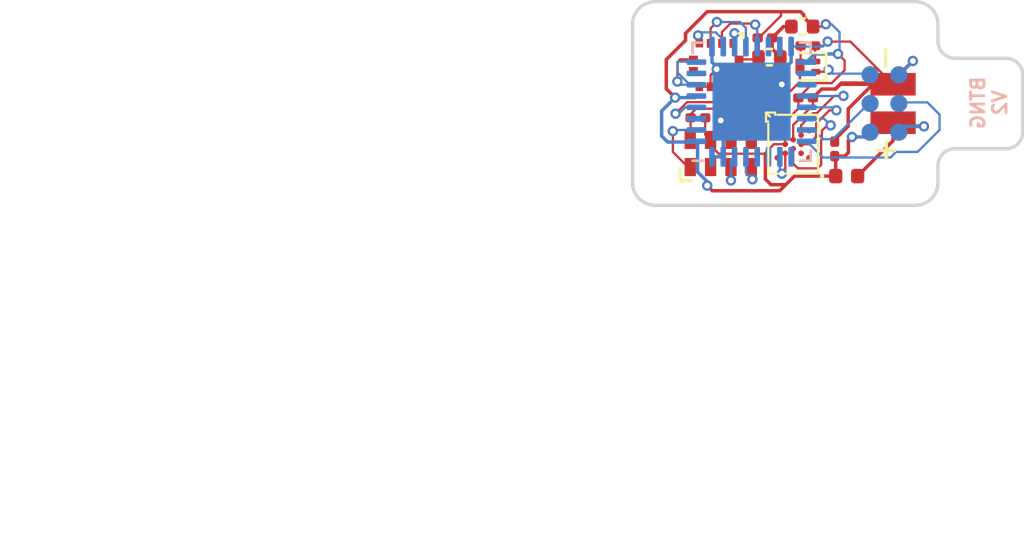
<source format=kicad_pcb>
(kicad_pcb (version 20211014) (generator pcbnew)
  (layers (0 "F.Cu" signal) (31 "B.Cu" signal) (34 "B.Paste" user) (35 "F.Paste" user) (36 "B.SilkS" user "B.Silkscreen") (37 "F.SilkS" user "F.Silkscreen") (38 "B.Mask" user) (39 "F.Mask" user) (44 "Edge.Cuts" user))
  (net 0 "")
  (net 1 "GND")
  (net 2 "VBAT")
  (net 3 "SWDIO")
  (net 4 "SWCLK")
  (net 5 "Net-(C502-Pad1)")
  (net 6 "RST")
  (net 7 "/clkout")
  (net 8 "/SCL")
  (net 9 "/SDA")
  (net 10 "VIN")
  (net 11 "Net-(R1-Pad1)")
  (net 12 "/AT25_MISO")
  (net 13 "/AT25_nCS")
  (net 14 "/AT25_MOSI")
  (net 15 "/AT25_SCK")
  (net 16 "/ACCEL_MOSI")
  (net 17 "/ACCEL_MISO")
  (net 18 "/ACCEL_CS")
  (net 19 "/ACCEL_SCK")
  (net 20 "/WKUP4")
  (net 21 "Net-(C3-Pad1)")
  (footprint "AccelTag:taghole1.1mm" (layer "F.Cu") (at 140.53 111.671)
    (fp_text reference "J303" hide)
    (fp_text value "Conn_01x01" hide)
    (pad "" np_thru_hole circle locked (at 0 0) (size 1.1 1.1) (drill 1.1) (layers *.Cu *.Mask))
  )
  (footprint "AccelTag:MS621" (layer "F.Cu") (at 150.795 108.441 180)
    (fp_text reference "J401" hide)
    (fp_text value "CONN_01X02" hide)
    (fp_text user "-" (at 0.4 2 90) (layer "F.SilkS"))
    (fp_text user "+" (at 0.3 -2) (layer "F.SilkS"))
    (pad "1" smd rect locked (at 0 -0.85 180) (size 2 1) (layers "F.Cu" "F.Mask") (net 2 "VBAT"))
    (pad "2" smd rect locked (at 0 0.85 180) (size 2 1) (layers "F.Cu" "F.Mask") (net 1 "GND"))
  )
  (footprint "Capacitor_SMD:C_0402_1005Metric" (layer "F.Cu") (at 145.33 106.391)
    (fp_text reference "C404" hide)
    (fp_text value "22uf" hide)
    (fp_line (start -0.107836 -0.36) (end 0.107836 -0.36) (layer "F.SilkS") (width 0.12))
    (fp_line (start -0.107836 0.36) (end 0.107836 0.36) (layer "F.SilkS") (width 0.12))
    (pad "1" smd roundrect (at -0.48 0) (size 0.56 0.62) (layers "F.Cu" "F.Paste" "F.Mask") (net 10 "VIN"))
    (pad "2" smd roundrect (at 0.48 0) (size 0.56 0.62) (layers "F.Cu" "F.Paste" "F.Mask") (net 1 "GND"))
  )
  (footprint "AccelTag:RV-8803-C7" (layer "F.Cu") (at 143.18 110.651 90)
    (fp_text reference "U501" hide)
    (fp_text value "RV-3028-C7" hide)
    (fp_line (start -0.7 -1.8) (end -1.2 -1.8) (layer "F.SilkS") (width 0.15))
    (fp_line (start -1.2 -1.8) (end -1.2 -1.3) (layer "F.SilkS") (width 0.15))
    (pad "1" smd rect locked (at -0.6 -1.35 90) (size 0.8 0.5) (layers "F.Cu" "F.Paste" "F.Mask") (net 7 "/clkout"))
    (pad "2" smd rect locked (at -0.6 -0.45 90) (size 0.8 0.5) (layers "F.Cu" "F.Paste" "F.Mask"))
    (pad "3" smd rect locked (at -0.6 0.45 90) (size 0.8 0.5) (layers "F.Cu" "F.Paste" "F.Mask") (net 8 "/SCL"))
    (pad "4" smd rect locked (at -0.6 1.35 90) (size 0.8 0.5) (layers "F.Cu" "F.Paste" "F.Mask") (net 9 "/SDA"))
    (pad "5" smd rect locked (at 0.6 1.35 90) (size 0.8 0.5) (layers "F.Cu" "F.Paste" "F.Mask") (net 1 "GND"))
    (pad "6" smd rect locked (at 0.6 0.45 90) (size 0.8 0.5) (layers "F.Cu" "F.Paste" "F.Mask") (net 11 "Net-(R1-Pad1)"))
    (pad "7" smd rect locked (at 0.6 -0.45 90) (size 0.8 0.5) (layers "F.Cu" "F.Paste" "F.Mask") (net 10 "VIN"))
    (pad "8" smd rect locked (at 0.6 -1.35 90) (size 0.8 0.5) (layers "F.Cu" "F.Paste" "F.Mask") (net 1 "GND"))
  )
  (footprint "Resistor_SMD:R_0201_0603Metric" (layer "F.Cu") (at 144.175 109.051)
    (fp_text reference "R1" hide)
    (fp_text value "10k" hide)
    (pad "1" smd roundrect (at -0.32 0) (size 0.46 0.4) (layers "F.Cu" "F.Mask") (net 11 "Net-(R1-Pad1)"))
    (pad "2" smd roundrect (at 0.32 0) (size 0.46 0.4) (layers "F.Cu" "F.Mask") (net 1 "GND"))
  )
  (footprint "Capacitor_SMD:C_0201_0603Metric" (layer "F.Cu") (at 148.2144 110.4484 90)
    (fp_text reference "C501" hide)
    (fp_text value "0.1uf" hide)
    (pad "1" smd roundrect (at -0.32 0 90) (size 0.46 0.4) (layers "F.Cu" "F.Mask") (net 10 "VIN"))
    (pad "2" smd roundrect (at 0.32 0 90) (size 0.46 0.4) (layers "F.Cu" "F.Mask") (net 1 "GND"))
  )
  (footprint "Capacitor_SMD:C_0201_0603Metric" (layer "F.Cu") (at 146.93 108.191)
    (fp_text reference "C503" hide)
    (fp_text value "0.1uf" hide)
    (pad "1" smd roundrect (at -0.32 0) (size 0.46 0.4) (layers "F.Cu" "F.Mask") (net 10 "VIN"))
    (pad "2" smd roundrect (at 0.32 0) (size 0.46 0.4) (layers "F.Cu" "F.Mask") (net 1 "GND"))
  )
  (footprint "Diode_SMD:D_0402_1005Metric" (layer "F.Cu") (at 148.745 111.65)
    (fp_text reference "D401" hide)
    (fp_text value "D" hide)
    (fp_circle (center -1.09 0) (end -1.04 0) (layer "F.SilkS") (width 0.1) (fill none))
    (pad "1" smd roundrect locked (at -0.485 0) (size 0.59 0.64) (layers "F.Cu" "F.Paste" "F.Mask") (net 10 "VIN"))
    (pad "2" smd roundrect locked (at 0.485 0) (size 0.59 0.64) (layers "F.Cu" "F.Paste" "F.Mask") (net 2 "VBAT"))
  )
  (footprint "AccelTag:adesto_wlcsp12" (layer "F.Cu") (at 146.38 110.241)
    (fp_text reference "U1" hide)
    (fp_text value "at25ex321D-UUN" hide)
    (fp_line (start -1.2 -1.4) (end -1.025 -1.225) (layer "F.SilkS") (width 0.1))
    (fp_line (start 1.1 1.3) (end 1.1 -1.3) (layer "F.SilkS") (width 0.1))
    (fp_line (start -1.2 -1) (end -1.2 -1.4) (layer "F.SilkS") (width 0.1))
    (fp_line (start -1.1 1.3) (end 1.1 1.3) (layer "F.SilkS") (width 0.1))
    (fp_line (start 1.1 -1.3) (end -0.7 -1.3) (layer "F.SilkS") (width 0.1))
    (fp_line (start -1.1 1.3) (end -1.1 -0.9) (layer "F.SilkS") (width 0.1))
    (fp_line (start -1.2 -1) (end -1.1 -1) (layer "F.SilkS") (width 0.1))
    (fp_line (start -0.8 -1.4) (end -0.8 -1.3) (layer "F.SilkS") (width 0.1))
    (fp_line (start -0.8 -1.4) (end -1.2 -1.4) (layer "F.SilkS") (width 0.1))
    (pad "A1" smd circle locked (at -0.7 -0.6) (size 0.25 0.25) (layers "F.Cu" "F.Paste" "F.Mask"))
    (pad "A5" smd circle locked (at 0.7 -0.6) (size 0.25 0.25) (layers "F.Cu" "F.Paste" "F.Mask"))
    (pad "B2" smd circle locked (at -0.35 -0.4) (size 0.25 0.25) (layers "F.Cu" "F.Paste" "F.Mask") (net 10 "VIN"))
    (pad "B4" smd circle locked (at 0.35 -0.4) (size 0.25 0.25) (layers "F.Cu" "F.Paste" "F.Mask") (net 13 "/AT25_nCS"))
    (pad "C3" smd circle locked (at 0 -0.2) (size 0.25 0.25) (layers "F.Cu" "F.Paste" "F.Mask") (net 1 "GND"))
    (pad "D2" smd circle locked (at -0.35 0) (size 0.25 0.25) (layers "F.Cu" "F.Paste" "F.Mask") (net 10 "VIN"))
    (pad "D4" smd circle locked (at 0.35 0) (size 0.25 0.25) (layers "F.Cu" "F.Paste" "F.Mask") (net 12 "/AT25_MISO"))
    (pad "E3" smd circle locked (at 0 0.2) (size 0.25 0.25) (layers "F.Cu" "F.Paste" "F.Mask") (net 14 "/AT25_MOSI"))
    (pad "F2" smd circle locked (at -0.35 0.4) (size 0.25 0.25) (layers "F.Cu" "F.Paste" "F.Mask") (net 15 "/AT25_SCK"))
    (pad "F4" smd circle locked (at 0.35 0.4) (size 0.25 0.25) (layers "F.Cu" "F.Paste" "F.Mask"))
    (pad "G1" smd circle locked (at -0.7 0.6) (size 0.25 0.25) (layers "F.Cu" "F.Paste" "F.Mask"))
    (pad "G5" smd circle locked (at 0.7 0.6) (size 0.25 0.25) (layers "F.Cu" "F.Paste" "F.Mask"))
  )
  (footprint "Capacitor_SMD:C_0201_0603Metric" (layer "F.Cu") (at 147.03 105.891)
    (fp_text reference "C502" hide)
    (fp_text value "0.1uf" hide)
    (pad "1" smd roundrect (at -0.32 0) (size 0.46 0.4) (layers "F.Cu" "F.Mask") (net 5 "Net-(C502-Pad1)"))
    (pad "2" smd roundrect (at 0.32 0) (size 0.46 0.4) (layers "F.Cu" "F.Mask") (net 1 "GND"))
  )
  (footprint "AccelTag:taghole1.1mm" (layer "F.Cu") (at 140.53 105.191)
    (fp_text reference "J304" hide)
    (fp_text value "Conn_01x01" hide)
    (pad "" np_thru_hole circle locked (at 0 0) (size 1.1 1.1) (drill 1.1) (layers *.Cu *.Mask))
  )
  (footprint "AccelTag:taghole1.1mm" (layer "F.Cu") (at 151.5 111.691)
    (fp_text reference "J301" hide)
    (fp_text value "Conn_01x01" hide)
    (pad "" np_thru_hole circle locked (at 0 0) (size 1.1 1.1) (drill 1.1) (layers *.Cu *.Mask))
  )
  (footprint "AccelTag:taghole1.1mm" (layer "F.Cu") (at 151.5 105.191)
    (fp_text reference "J302" hide)
    (fp_text value "Conn_01x01" hide)
    (pad "" np_thru_hole circle locked (at 0 0) (size 1.1 1.1) (drill 1.1) (layers *.Cu *.Mask))
  )
  (footprint "Package_TO_SOT_SMD:SOT-883" (layer "F.Cu") (at 147.03 106.811 180)
    (fp_text reference "Q501" hide)
    (fp_text value "Q_NPN_BEC" hide)
    (fp_line (start -0.81 -0.61) (end 0.35 -0.61) (layer "F.SilkS") (width 0.12))
    (fp_line (start -0.81 0.61) (end -0.81 -0.61) (layer "F.SilkS") (width 0.12))
    (fp_line (start 0.35 0.61) (end -0.81 0.61) (layer "F.SilkS") (width 0.12))
    (pad "1" smd roundrect (at -0.35 -0.225 180) (size 0.4 0.25) (layers "F.Cu" "F.Paste" "F.Mask") (roundrect_rratio 0.2) (net 6 "RST"))
    (pad "2" smd roundrect (at -0.35 0.225 180) (size 0.4 0.25) (layers "F.Cu" "F.Paste" "F.Mask") (roundrect_rratio 0.2) (net 1 "GND"))
    (pad "3" smd roundrect (at 0.35 0 180) (size 0.4 0.7) (layers "F.Cu" "F.Paste" "F.Mask") (roundrect_rratio 0.125) (net 5 "Net-(C502-Pad1)"))
  )
  (footprint "Capacitor_SMD:C_0201_0603Metric" (layer "F.Cu") (at 145.13 107.241)
    (fp_text reference "C1" hide)
    (fp_text value "0.1uf" hide)
    (pad "1" smd roundrect (at -0.32 0) (size 0.46 0.4) (layers "F.Cu" "F.Mask") (net 10 "VIN"))
    (pad "2" smd roundrect (at 0.32 0) (size 0.46 0.4) (layers "F.Cu" "F.Mask") (net 1 "GND"))
  )
  (footprint "Capacitor_SMD:C_0201_0603Metric" (layer "F.Cu") (at 142.17 109.071 180)
    (fp_text reference "C2" hide)
    (fp_text value "0.1uf" hide)
    (pad "1" smd roundrect (at -0.32 0 180) (size 0.46 0.4) (layers "F.Cu" "F.Mask") (net 10 "VIN"))
    (pad "2" smd roundrect (at 0.32 0 180) (size 0.46 0.4) (layers "F.Cu" "F.Mask") (net 1 "GND"))
  )
  (footprint "Capacitor_SMD:C_0201_0603Metric" (layer "F.Cu") (at 145.13 105.541)
    (fp_text reference "C5" hide)
    (fp_text value "0.1uf")
    (pad "1" smd roundrect (at -0.32 0) (size 0.46 0.4) (layers "F.Cu" "F.Mask") (net 10 "VIN"))
    (pad "2" smd roundrect (at 0.32 0) (size 0.46 0.4) (layers "F.Cu" "F.Mask") (net 1 "GND"))
  )
  (footprint "Capacitor_SMD:C_0201_0603Metric" (layer "F.Cu") (at 145.13 107.991)
    (fp_text reference "C3" hide)
    (fp_text value "0.22uf" hide)
    (pad "1" smd roundrect (at -0.32 0) (size 0.46 0.4) (layers "F.Cu" "F.Mask") (net 21 "Net-(C3-Pad1)"))
    (pad "2" smd roundrect (at 0.32 0) (size 0.46 0.4) (layers "F.Cu" "F.Mask") (net 1 "GND"))
  )
  (footprint "AccelTag:lga12-2.3x2.3" (layer "F.Cu") (at 142.98 106.741 -90)
    (fp_text reference "U2" hide)
    (fp_text value "adxl367" hide)
    (fp_line (start -1.2 -1.2) (end -1.4 -1.2) (layer "F.SilkS") (width 0.12))
    (fp_line (start -1.4 -1.2) (end -1.4 -1) (layer "F.SilkS") (width 0.12))
    (pad "1" smd rect (at -0.9575 -0.75 270) (size 0.39 0.33) (layers "F.Cu" "F.Paste" "F.Mask") (net 19 "/ACCEL_SCK"))
    (pad "2" smd rect (at -0.9575 -0.25 270) (size 0.39 0.33) (layers "F.Cu" "F.Paste" "F.Mask") (net 16 "/ACCEL_MOSI"))
    (pad "3" smd rect (at -0.9575 0.25 270) (size 0.39 0.33) (layers "F.Cu" "F.Paste" "F.Mask") (net 17 "/ACCEL_MISO"))
    (pad "4" smd rect (at -0.9757 0.75 270) (size 0.39 0.33) (layers "F.Cu" "F.Paste" "F.Mask") (net 18 "/ACCEL_CS"))
    (pad "5" smd rect (at -0.25 1.0075) (size 0.39 0.33) (layers "F.Cu" "F.Paste" "F.Mask") (net 20 "/WKUP4"))
    (pad "6" smd rect (at 0.25 1.0075) (size 0.39 0.33) (layers "F.Cu" "F.Paste" "F.Mask"))
    (pad "7" smd rect (at 0.9575 0.75 270) (size 0.39 0.33) (layers "F.Cu" "F.Paste" "F.Mask") (net 1 "GND"))
    (pad "8" smd rect (at 0.9575 0.25 270) (size 0.39 0.33) (layers "F.Cu" "F.Paste" "F.Mask") (net 1 "GND"))
    (pad "9" smd rect (at 0.9575 -0.25 270) (size 0.39 0.33) (layers "F.Cu" "F.Paste" "F.Mask") (net 21 "Net-(C3-Pad1)"))
    (pad "10" smd rect (at 0.9575 -0.75 270) (size 0.39 0.33) (layers "F.Cu" "F.Paste" "F.Mask") (net 10 "VIN"))
    (pad "11" smd rect (at 0.25 -1.0075) (size 0.39 0.33) (layers "F.Cu" "F.Paste" "F.Mask") (net 1 "GND"))
    (pad "12" smd rect (at -0.25 -1.0075) (size 0.39 0.33) (layers "F.Cu" "F.Paste" "F.Mask") (net 10 "VIN"))
  )
  (footprint "Capacitor_SMD:C_0402_1005Metric" (layer "F.Cu") (at 146.78 105.041 180)
    (fp_text reference "C4" hide)
    (fp_text value "22uf" hide)
    (fp_line (start -0.107836 -0.36) (end 0.107836 -0.36) (layer "F.SilkS") (width 0.12))
    (fp_line (start -0.107836 0.36) (end 0.107836 0.36) (layer "F.SilkS") (width 0.12))
    (pad "1" smd roundrect (at -0.48 0 180) (size 0.56 0.62) (layers "F.Cu" "F.Paste" "F.Mask") (net 10 "VIN"))
    (pad "2" smd roundrect (at 0.48 0 180) (size 0.56 0.62) (layers "F.Cu" "F.Paste" "F.Mask") (net 1 "GND"))
  )
  (footprint "AccelTag:tagpoints6" (layer "B.Cu") (at 150.415 108.441 90)
    (fp_text reference "J201" hide)
    (fp_text value "CONN_02X04" hide)
    (pad "1" smd circle locked (at -1.27 -0.635 90) (size 0.762 0.762) (layers "B.Cu" "B.Mask") (net 10 "VIN"))
    (pad "2" smd circle locked (at -1.27 0.635 90) (size 0.762 0.762) (layers "B.Cu" "B.Mask") (net 2 "VBAT"))
    (pad "3" smd circle locked (at 0 -0.635 90) (size 0.762 0.762) (layers "B.Cu" "B.Mask") (net 3 "SWDIO"))
    (pad "4" smd circle locked (at 0 0.635 90) (size 0.762 0.762) (layers "B.Cu" "B.Mask") (net 4 "SWCLK"))
    (pad "5" smd circle locked (at 1.27 -0.635 90) (size 0.762 0.762) (layers "B.Cu" "B.Mask") (net 6 "RST"))
    (pad "6" smd circle locked (at 1.27 0.635 90) (size 0.762 0.762) (layers "B.Cu" "B.Mask") (net 1 "GND"))
  )
  (footprint "Package_DFN_QFN:QFN-32-1EP_5x5mm_P0.5mm_EP3.45x3.45mm" (layer "B.Cu") (at 144.54 108.361)
    (fp_text reference "U302" hide)
    (fp_text value "stm32l431kc" hide)
    (fp_line (start 2.61 2.61) (end 2.61 2.135) (layer "B.SilkS") (width 0.12))
    (fp_line (start -2.61 -2.61) (end -2.61 -2.135) (layer "B.SilkS") (width 0.12))
    (fp_line (start 2.135 2.61) (end 2.61 2.61) (layer "B.SilkS") (width 0.12))
    (fp_line (start -2.135 2.61) (end -2.61 2.61) (layer "B.SilkS") (width 0.12))
    (fp_line (start -2.135 -2.61) (end -2.61 -2.61) (layer "B.SilkS") (width 0.12))
    (fp_line (start 2.135 -2.61) (end 2.61 -2.61) (layer "B.SilkS") (width 0.12))
    (fp_line (start 2.61 -2.61) (end 2.61 -2.135) (layer "B.SilkS") (width 0.12))
    (pad "1" smd roundrect (at -2.4375 1.75) (size 0.875 0.25) (layers "B.Cu" "B.Paste" "B.Mask") (net 10 "VIN"))
    (pad "2" smd roundrect (at -2.4375 1.25) (size 0.875 0.25) (layers "B.Cu" "B.Paste" "B.Mask") (net 7 "/clkout"))
    (pad "3" smd roundrect (at -2.4375 0.75) (size 0.875 0.25) (layers "B.Cu" "B.Paste" "B.Mask"))
    (pad "4" smd roundrect (at -2.4375 0.25) (size 0.875 0.25) (layers "B.Cu" "B.Paste" "B.Mask") (net 5 "Net-(C502-Pad1)"))
    (pad "5" smd roundrect (at -2.4375 -0.25) (size 0.875 0.25) (layers "B.Cu" "B.Paste" "B.Mask") (net 10 "VIN"))
    (pad "6" smd roundrect (at -2.4375 -0.75) (size 0.875 0.25) (layers "B.Cu" "B.Paste" "B.Mask") (net 20 "/WKUP4"))
    (pad "7" smd roundrect (at -2.4375 -1.25) (size 0.875 0.25) (layers "B.Cu" "B.Paste" "B.Mask"))
    (pad "8" smd roundrect (at -2.4375 -1.75) (size 0.875 0.25) (layers "B.Cu" "B.Paste" "B.Mask") (net 20 "/WKUP4"))
    (pad "9" smd roundrect (at -1.75 -2.4375) (size 0.25 0.875) (layers "B.Cu" "B.Paste" "B.Mask") (net 1 "GND"))
    (pad "10" smd roundrect (at -1.25 -2.4375) (size 0.25 0.875) (layers "B.Cu" "B.Paste" "B.Mask") (net 18 "/ACCEL_CS"))
    (pad "11" smd roundrect (at -0.75 -2.4375) (size 0.25 0.875) (layers "B.Cu" "B.Paste" "B.Mask") (net 19 "/ACCEL_SCK"))
    (pad "12" smd roundrect (at -0.25 -2.4375) (size 0.25 0.875) (layers "B.Cu" "B.Paste" "B.Mask") (net 17 "/ACCEL_MISO"))
    (pad "13" smd roundrect (at 0.25 -2.4375) (size 0.25 0.875) (layers "B.Cu" "B.Paste" "B.Mask") (net 16 "/ACCEL_MOSI"))
    (pad "14" smd roundrect (at 0.75 -2.4375) (size 0.25 0.875) (layers "B.Cu" "B.Paste" "B.Mask"))
    (pad "15" smd roundrect (at 1.25 -2.4375) (size 0.25 0.875) (layers "B.Cu" "B.Paste" "B.Mask"))
    (pad "16" smd roundrect (at 1.75 -2.4375) (size 0.25 0.875) (layers "B.Cu" "B.Paste" "B.Mask") (net 1 "GND"))
    (pad "17" smd roundrect (at 2.4375 -1.75) (size 0.875 0.25) (layers "B.Cu" "B.Paste" "B.Mask") (net 10 "VIN"))
    (pad "18" smd roundrect (at 2.4375 -1.25) (size 0.875 0.25) (layers "B.Cu" "B.Paste" "B.Mask"))
    (pad "19" smd roundrect (at 2.4375 -0.75) (size 0.875 0.25) (layers "B.Cu" "B.Paste" "B.Mask"))
    (pad "20" smd roundrect (at 2.4375 -0.25) (size 0.875 0.25) (layers "B.Cu" "B.Paste" "B.Mask") (net 13 "/AT25_nCS"))
    (pad "21" smd roundrect (at 2.4375 0.25) (size 0.875 0.25) (layers "B.Cu" "B.Paste" "B.Mask") (net 12 "/AT25_MISO"))
    (pad "22" smd roundrect (at 2.4375 0.75) (size 0.875 0.25) (layers "B.Cu" "B.Paste" "B.Mask") (net 14 "/AT25_MOSI"))
    (pad "23" smd roundrect (at 2.4375 1.25) (size 0.875 0.25) (layers "B.Cu" "B.Paste" "B.Mask") (net 3 "SWDIO"))
    (pad "24" smd roundrect (at 2.4375 1.75) (size 0.875 0.25) (layers "B.Cu" "B.Paste" "B.Mask") (net 4 "SWCLK"))
    (pad "25" smd roundrect (at 1.75 2.4375) (size 0.25 0.875) (layers "B.Cu" "B.Paste" "B.Mask"))
    (pad "26" smd roundrect (at 1.25 2.4375) (size 0.25 0.875) (layers "B.Cu" "B.Paste" "B.Mask") (net 15 "/AT25_SCK"))
    (pad "27" smd roundrect (at 0.75 2.4375) (size 0.25 0.875) (layers "B.Cu" "B.Paste" "B.Mask"))
    (pad "28" smd roundrect (at 0.25 2.4375) (size 0.25 0.875) (layers "B.Cu" "B.Paste" "B.Mask"))
    (pad "29" smd roundrect (at -0.25 2.4375) (size 0.25 0.875) (layers "B.Cu" "B.Paste" "B.Mask") (net 9 "/SDA"))
    (pad "30" smd roundrect (at -0.75 2.4375) (size 0.25 0.875) (layers "B.Cu" "B.Paste" "B.Mask") (net 8 "/SCL"))
    (pad "31" smd roundrect (at -1.25 2.4375) (size 0.25 0.875) (layers "B.Cu" "B.Paste" "B.Mask") (net 1 "GND"))
    (pad "32" smd roundrect (at -1.75 2.4375) (size 0.25 0.875) (layers "B.Cu" "B.Paste" "B.Mask") (net 1 "GND"))
    (pad "33" smd rect (at 0 0) (size 3.45 3.45) (layers "B.Cu" "B.Mask") (net 1 "GND"))
  )
  (gr_line (start 139.28 111.941) (end 139.28 104.941) (layer "Edge.Cuts") (width 0.15))
  (gr_line (start 152.78 104.941) (end 152.78 105.691) (layer "Edge.Cuts") (width 0.15))
  (gr_line (start 156.53 107.191) (end 156.53 109.691) (layer "Edge.Cuts") (width 0.15))
  (gr_line (start 152.78 111.941) (end 152.78 111.191) (layer "Edge.Cuts") (width 0.15))
  (gr_arc (start 156.53 109.691) (mid 156.31033 110.22133) (end 155.78 110.441) (layer "Edge.Cuts") (width 0.15))
  (gr_arc (start 151.78 103.941) (mid 152.487107 104.233893) (end 152.78 104.941) (layer "Edge.Cuts") (width 0.15))
  (gr_arc (start 153.53 106.441) (mid 152.99967 106.22133) (end 152.78 105.691) (layer "Edge.Cuts") (width 0.15))
  (gr_line (start 153.53 110.441) (end 155.78 110.441) (layer "Edge.Cuts") (width 0.15))
  (gr_arc (start 152.78 111.191) (mid 152.99967 110.66067) (end 153.53 110.441) (layer "Edge.Cuts") (width 0.15))
  (gr_arc (start 152.78 111.941) (mid 152.487107 112.648107) (end 151.78 112.941) (layer "Edge.Cuts") (width 0.15))
  (gr_line (start 153.53 106.441) (end 155.78 106.441) (layer "Edge.Cuts") (width 0.15))
  (gr_arc (start 139.28 104.941) (mid 139.572893 104.233893) (end 140.28 103.941) (layer "Edge.Cuts") (width 0.15))
  (gr_arc (start 155.78 106.441) (mid 156.31033 106.66067) (end 156.53 107.191) (layer "Edge.Cuts") (width 0.15))
  (gr_line (start 140.28 103.941) (end 151.78 103.941) (layer "Edge.Cuts") (width 0.15))
  (gr_line (start 151.78 112.941) (end 140.28 112.941) (layer "Edge.Cuts") (width 0.15))
  (gr_arc (start 140.28 112.941) (mid 139.572893 112.648107) (end 139.28 111.941) (layer "Edge.Cuts") (width 0.15))
  (gr_text "BTNG\nV2" (at 155.03 108.411 90) (layer "B.SilkS") (effects (font (size 0.6 0.6) (thickness 0.125)) (justify mirror)))
  (segment (start 142.09 108.671) (end 143.05 108.671) (width 0.1016) (layer "F.Cu") (net 1))
  (segment (start 147.641 107.795) (end 147.641 107.8) (width 0.1016) (layer "F.Cu") (net 1))
  (segment (start 143.05 108.671) (end 143.05 109.061) (width 0.1016) (layer "F.Cu") (net 1))
  (segment (start 142.73 107.6985) (end 142.73 107.188704) (width 0.1016) (layer "F.Cu") (net 1))
  (segment (start 149.9 107.591) (end 148.81 108.681) (width 0.1524) (layer "F.Cu") (net 1))
  (segment (start 148.471268 107.591) (end 150.795 107.591) (width 0.1524) (layer "F.Cu") (net 1))
  (segment (start 144.495 109.051) (end 144.495 109.986) (width 0.1016) (layer "F.Cu") (net 1))
  (segment (start 145.45 107.241) (end 145.52 107.241) (width 0.1524) (layer "F.Cu") (net 1))
  (segment (start 150.84 107.511) (end 148.494375 107.511) (width 0.1016) (layer "F.Cu") (net 1))
  (segment (start 143.05 109.061) (end 143.18 109.191) (width 0.1016) (layer "F.Cu") (net 1))
  (segment (start 145.9 106.301) (end 145.81 106.391) (width 0.1016) (layer "F.Cu") (net 1))
  (segment (start 148.494375 107.511) (end 148.210375 107.795) (width 0.1016) (layer "F.Cu") (net 1))
  (segment (start 143.18 109.191) (end 143.18 109.085171) (width 0.1016) (layer "F.Cu") (net 1))
  (segment (start 147.25 108.191) (end 147.25 108.521) (width 0.1016) (layer "F.Cu") (net 1))
  (segment (start 141.85 108.911) (end 142.09 108.671) (width 0.1016) (layer "F.Cu") (net 1))
  (segment (start 150.795 107.591) (end 150.795 107.436) (width 0.1524) (layer "F.Cu") (net 1))
  (segment (start 147.25 108.191) (end 147.64 107.801) (width 0.1524) (layer "F.Cu") (net 1))
  (segment (start 148.261268 107.801) (end 148.471268 107.591) (width 0.1524) (layer "F.Cu") (net 1))
  (segment (start 145.63 107.991) (end 145.95 107.671) (width 0.1016) (layer "F.Cu") (net 1))
  (segment (start 146.38 109.391) (end 146.38 110.041) (width 0.1016) (layer "F.Cu") (net 1))
  (segment (start 147.35 106.556) (end 147.38 106.586) (width 0.1016) (layer "F.Cu") (net 1))
  (segment (start 144.38 108.6355) (end 144.495 108.7505) (width 0.1016) (layer "F.Cu") (net 1))
  (segment (start 145.45 107.991) (end 145.63 107.991) (width 0.1016) (layer "F.Cu") (net 1))
  (segment (start 143.629671 108.6355) (end 144.38 108.6355) (width 0.1016) (layer "F.Cu") (net 1))
  (segment (start 145.81 106.391) (end 145.81 106.881) (width 0.1524) (layer "F.Cu") (net 1))
  (segment (start 145.86 106.341) (end 145.86 106.831) (width 0.1016) (layer "F.Cu") (net 1))
  (segment (start 142.23 107.6985) (end 142.73 107.6985) (width 0.1016) (layer "F.Cu") (net 1))
  (segment (start 142.9979 106.920804) (end 143.917304 106.920804) (width 0.1016) (layer "F.Cu") (net 1))
  (segment (start 143.917304 106.920804) (end 143.9875 106.991) (width 0.1016) (layer "F.Cu") (net 1))
  (segment (start 147.641 107.8) (end 147.25 108.191) (width 0.1016) (layer "F.Cu") (net 1))
  (segment (start 145.52 107.241) (end 145.876189 107.597189) (width 0.1524) (layer "F.Cu") (net 1))
  (segment (start 150.795 107.591) (end 149.9 107.591) (width 0.1524) (layer "F.Cu") (net 1))
  (segment (start 147.718934 105.891) (end 147.906337 105.703597) (width 0.1016) (layer "F.Cu") (net 1))
  (segment (start 142.73 107.188704) (end 142.9979 106.920804) (width 0.1016) (layer "F.Cu") (net 1))
  (segment (start 147.64 107.801) (end 148.261268 107.801) (width 0.1524) (layer "F.Cu") (net 1))
  (segment (start 148.2144 110.1284) (end 148.2144 110.040021) (width 0.1524) (layer "F.Cu") (net 1))
  (segment (start 148.81 109.444421) (end 148.81 108.681) (width 0.1524) (layer "F.Cu") (net 1))
  (segment (start 141.85 109.071) (end 141.85 109.931) (width 0.1016) (layer "F.Cu") (net 1))
  (segment (start 145.45 105.541) (end 145.45 106.031) (width 0.1524) (layer "F.Cu") (net 1))
  (segment (start 141.85 109.931) (end 141.73 110.051) (width 0.1016) (layer "F.Cu") (net 1))
  (segment (start 150.79 107.361) (end 150.64 107.511) (width 0.1016) (layer "F.Cu") (net 1))
  (segment (start 148.2144 110.040021) (end 148.81 109.444421) (width 0.1524) (layer "F.Cu") (net 1))
  (segment (start 148.907597 105.703597) (end 150.795 107.591) (width 0.1016) (layer "F.Cu") (net 1))
  (segment (start 141.85 109.001) (end 141.85 109.000171) (width 0.1016) (layer "F.Cu") (net 1))
  (segment (start 145.45 106.031) (end 145.81 106.391) (width 0.1524) (layer "F.Cu") (net 1))
  (segment (start 145.86 106.831) (end 145.45 107.241) (width 0.1016) (layer "F.Cu") (net 1))
  (segment (start 147.906337 105.703597) (end 148.907597 105.703597) (width 0.1016) (layer "F.Cu") (net 1))
  (segment (start 149.956 107.511) (end 150.84 107.511) (width 0.1016) (layer "F.Cu") (net 1))
  (segment (start 146.3 105.041) (end 145.95 105.041) (width 0.1524) (layer "F.Cu") (net 1))
  (segment (start 147.35 105.891) (end 147.718934 105.891) (width 0.1016) (layer "F.Cu") (net 1))
  (segment (start 150.795 107.436) (end 151.67 106.561) (width 0.1524) (layer "F.Cu") (net 1))
  (segment (start 145.81 106.881) (end 145.45 107.241) (width 0.1524) (layer "F.Cu") (net 1))
  (segment (start 143.18 109.085171) (end 143.629671 108.6355) (width 0.1016) (layer "F.Cu") (net 1))
  (segment (start 148.210375 107.795) (end 147.641 107.795) (width 0.1016) (layer "F.Cu") (net 1))
  (segment (start 147.25 108.521) (end 146.38 109.391) (width 0.1016) (layer "F.Cu") (net 1))
  (segment (start 145.95 107.671) (end 145.876189 107.597189) (width 0.1016) (layer "F.Cu") (net 1))
  (segment (start 144.495 108.7505) (end 144.495 109.051) (width 0.1016) (layer "F.Cu") (net 1))
  (segment (start 147.35 105.891) (end 147.35 106.556) (width 0.1016) (layer "F.Cu") (net 1))
  (segment (start 145.95 105.041) (end 145.45 105.541) (width 0.1524) (layer "F.Cu") (net 1))
  (segment (start 141.85 109.071) (end 141.85 108.911) (width 0.1016) (layer "F.Cu") (net 1))
  (via (at 151.67 106.561) (size 0.4572) (drill 0.254) (layers "F.Cu" "B.Cu") (net 1))
  (via (at 142.9979 106.920804) (size 0.4572) (drill 0.254) (layers "F.Cu" "B.Cu") (net 1))
  (via (at 145.876189 107.597189) (size 0.4572) (drill 0.254) (layers "F.Cu" "B.Cu") (net 1))
  (via (at 147.906337 105.703597) (size 0.4572) (drill 0.254) (layers "F.Cu" "B.Cu") (net 1))
  (via (at 143.18 109.191) (size 0.4572) (drill 0.254) (layers "F.Cu" "B.Cu") (net 1))
  (segment (start 143.29 109.611) (end 144.54 108.361) (width 0.1524) (layer "B.Cu") (net 1))
  (segment (start 146.29 105.9235) (end 146.29 106.611) (width 0.1524) (layer "B.Cu") (net 1))
  (segment (start 142.79 105.9235) (end 142.79 106.611) (width 0.1524) (layer "B.Cu") (net 1))
  (segment (start 142.79 110.7985) (end 143.29 110.7985) (width 0.1524) (layer "B.Cu") (net 1))
  (segment (start 151.06 107.171) (end 151.67 106.561) (width 0.1524) (layer "B.Cu") (net 1))
  (segment (start 143.29 110.7985) (end 143.29 109.611) (width 0.1524) (layer "B.Cu") (net 1))
  (segment (start 151.05 107.171) (end 151.06 107.171) (width 0.1524) (layer "B.Cu") (net 1))
  (segment (start 146.29 105.9235) (end 147.686434 105.9235) (width 0.1016) (layer "B.Cu") (net 1))
  (segment (start 146.29 106.611) (end 144.54 108.361) (width 0.1524) (layer "B.Cu") (net 1))
  (segment (start 147.686434 105.9235) (end 147.906337 105.703597) (width 0.1016) (layer "B.Cu") (net 1))
  (segment (start 142.79 106.611) (end 144.54 108.361) (width 0.1524) (layer "B.Cu") (net 1))
  (segment (start 151.11 107.121) (end 151.67 106.561) (width 0.1016) (layer "B.Cu") (net 1))
  (segment (start 150.795 109.291) (end 150.795 110.085) (width 0.1524) (layer "F.Cu") (net 2))
  (segment (start 150.84 109.211) (end 150.655 109.211) (width 0.1016) (layer "F.Cu") (net 2))
  (segment (start 150.985 109.411) (end 150.825 109.251) (width 0.1016) (layer "F.Cu") (net 2))
  (segment (start 150.795 110.085) (end 149.23 111.65) (width 0.1524) (layer "F.Cu") (net 2))
  (segment (start 150.955 109.451) (end 150.795 109.291) (width 0.1524) (layer "F.Cu") (net 2))
  (segment (start 150.69 109.261) (end 150.64 109.211) (width 0.1016) (layer "F.Cu") (net 2))
  (segment (start 152.19 109.411) (end 150.985 109.411) (width 0.1016) (layer "F.Cu") (net 2))
  (segment (start 152.16 109.451) (end 150.955 109.451) (width 0.1524) (layer "F.Cu") (net 2))
  (via (at 152.16 109.451) (size 0.4572) (drill 0.254) (layers "F.Cu" "B.Cu") (net 2))
  (segment (start 152.16 109.451) (end 151.31 109.451) (width 0.1524) (layer "B.Cu") (net 2))
  (segment (start 151.31 109.451) (end 151.05 109.711) (width 0.1524) (layer "B.Cu") (net 2))
  (segment (start 147.294661 109.611) (end 146.9775 109.611) (width 0.1016) (layer "B.Cu") (net 3))
  (segment (start 148.13937 110.020537) (end 147.704198 110.020537) (width 0.1016) (layer "B.Cu") (net 3))
  (segment (start 147.704198 110.020537) (end 147.294661 109.611) (width 0.1016) (layer "B.Cu") (net 3))
  (segment (start 149.768907 108.391) (end 148.13937 110.020537) (width 0.1016) (layer "B.Cu") (net 3))
  (segment (start 152.31 108.391) (end 152.85 108.931) (width 0.1016) (layer "B.Cu") (net 4))
  (segment (start 151.88 110.581) (end 150.93 110.581) (width 0.1016) (layer "B.Cu") (net 4))
  (segment (start 151.11 108.391) (end 152.31 108.391) (width 0.1016) (layer "B.Cu") (net 4))
  (segment (start 152.85 108.931) (end 152.85 109.611) (width 0.1016) (layer "B.Cu") (net 4))
  (segment (start 152.85 109.611) (end 151.88 110.581) (width 0.1016) (layer "B.Cu") (net 4))
  (segment (start 147.694492 110.827992) (end 146.9775 110.111) (width 0.1016) (layer "B.Cu") (net 4))
  (segment (start 150.683008 110.827992) (end 147.694492 110.827992) (width 0.1016) (layer "B.Cu") (net 4))
  (segment (start 150.93 110.581) (end 150.683008 110.827992) (width 0.1016) (layer "B.Cu") (net 4))
  (segment (start 146.71 106.781) (end 146.68 106.811) (width 0.1016) (layer "F.Cu") (net 5))
  (segment (start 141.6895 108.3815) (end 145.773671 108.3815) (width 0.1016) (layer "F.Cu") (net 5))
  (segment (start 146.71 105.891) (end 146.71 106.781) (width 0.1016) (layer "F.Cu") (net 5))
  (segment (start 146.68 107.475171) (end 146.68 106.811) (width 0.1016) (layer "F.Cu") (net 5))
  (segment (start 145.773671 108.3815) (end 146.68 107.475171) (width 0.1016) (layer "F.Cu") (net 5))
  (segment (start 141.18 108.891) (end 141.6895 108.3815) (width 0.1016) (layer "F.Cu") (net 5))
  (via (at 141.18 108.891) (size 0.4572) (drill 0.254) (layers "F.Cu" "B.Cu") (net 5))
  (segment (start 142.1025 108.611) (end 141.610137 108.611) (width 0.1016) (layer "B.Cu") (net 5))
  (segment (start 141.610137 108.611) (end 141.397722 108.823415) (width 0.1016) (layer "B.Cu") (net 5))
  (segment (start 147.86253 107.036) (end 147.946007 106.952523) (width 0.1016) (layer "F.Cu") (net 6))
  (segment (start 147.38 107.036) (end 147.86253 107.036) (width 0.1016) (layer "F.Cu") (net 6))
  (via (at 147.946007 106.952523) (size 0.4572) (drill 0.254) (layers "F.Cu" "B.Cu") (net 6))
  (segment (start 148.114484 107.121) (end 147.946007 106.952523) (width 0.1016) (layer "B.Cu") (net 6))
  (segment (start 149.84 107.121) (end 148.114484 107.121) (width 0.1016) (layer "B.Cu") (net 6))
  (segment (start 141.061398 110.582398) (end 141.73 111.251) (width 0.1016) (layer "F.Cu") (net 7))
  (segment (start 141.061398 109.661) (end 141.061398 110.582398) (width 0.1016) (layer "F.Cu") (net 7))
  (via (at 141.061398 109.661) (size 0.4572) (drill 0.254) (layers "F.Cu" "B.Cu") (net 7))
  (segment (start 142.1025 109.611) (end 141.111398 109.611) (width 0.1016) (layer "B.Cu") (net 7))
  (segment (start 141.111398 109.611) (end 141.061398 109.661) (width 0.1016) (layer "B.Cu") (net 7))
  (segment (start 143.63 111.251) (end 143.63 111.841) (width 0.1016) (layer "F.Cu") (net 8))
  (via (at 143.63 111.841) (size 0.4572) (drill 0.254) (layers "F.Cu" "B.Cu") (net 8))
  (segment (start 143.63 111.841) (end 143.63 110.9585) (width 0.1016) (layer "B.Cu") (net 8))
  (segment (start 143.63 110.9585) (end 143.79 110.7985) (width 0.1016) (layer "B.Cu") (net 8))
  (segment (start 144.53 111.251) (end 144.53 111.741) (width 0.1016) (layer "F.Cu") (net 9))
  (segment (start 144.53 111.741) (end 144.58 111.791) (width 0.1016) (layer "F.Cu") (net 9))
  (via (at 144.58 111.791) (size 0.4572) (drill 0.254) (layers "F.Cu" "B.Cu") (net 9))
  (segment (start 144.29 111.501) (end 144.29 110.7985) (width 0.1016) (layer "B.Cu") (net 9))
  (segment (start 144.58 111.791) (end 144.29 111.501) (width 0.1016) (layer "B.Cu") (net 9))
  (segment (start 148.98 109.921) (end 148.82 110.081) (width 0.1524) (layer "F.Cu") (net 10))
  (segment (start 147.26 105.041) (end 146.85 104.631) (width 0.1524) (layer "F.Cu") (net 10))
  (segment (start 145.4 112.031) (end 145.1495 111.7805) (width 0.1524) (layer "F.Cu") (net 10))
  (segment (start 148.653701 106.967299) (end 148.653701 106.542099) (width 0.1016) (layer "F.Cu") (net 10))
  (segment (start 148.26 111.65) (end 146.431 111.65) (width 0.1524) (layer "F.Cu") (net 10))
  (segment (start 142.63 110.201) (end 143.0895 110.6605) (width 0.1016) (layer "F.Cu") (net 10))
  (segment (start 148.653701 106.542099) (end 148.361602 106.25) (width 0.1016) (layer "F.Cu") (net 10))
  (segment (start 144.4795 107.241) (end 144.022 107.6985) (width 0.1016) (layer "F.Cu") (net 10))
  (segment (start 140.77 107.788509) (end 141.162016 108.180525) (width 0.1524) (layer "F.Cu") (net 10))
  (segment (start 146.03 110.241) (end 146.03 109.841) (width 0.1016) (layer "F.Cu") (net 10))
  (segment (start 145.1495 110.6605) (end 145.1495 110.6215) (width 0.1016) (layer "F.Cu") (net 10))
  (segment (start 140.77 106.501) (end 140.77 107.788509) (width 0.1524) (layer "F.Cu") (net 10))
  (segment (start 145.838724 104.382276) (end 142.58081 104.382276) (width 0.1524) (layer "F.Cu") (net 10))
  (segment (start 147.26 105.041) (end 147.719093 105.041) (width 0.1016) (layer "F.Cu") (net 10))
  (segment (start 145.1495 111.7805) (end 145.1495 110.6605) (width 0.1524) (layer "F.Cu") (net 10))
  (segment (start 144.863052 105.541) (end 145.838724 104.565328) (width 0.1016) (layer "F.Cu") (net 10))
  (segment (start 146.6745 108.120671) (end 147.254171 107.541) (width 0.1016) (layer "F.Cu") (net 10))
  (segment (start 142.58 112.069602) (end 142.808598 112.2982) (width 0.1524) (layer "F.Cu") (net 10))
  (segment (start 148.6626 110.7684) (end 148.2144 110.7684) (width 0.1524) (layer "F.Cu") (net 10))
  (segment (start 144.9 107.151) (end 144.81 107.241) (width 0.1016) (layer "F.Cu") (net 10))
  (segment (start 146.03 109.841) (end 146.03 109.241) (width 0.1016) (layer "F.Cu") (net 10))
  (segment (start 141.62 105.343086) (end 141.62 105.651) (width 0.1524) (layer "F.Cu") (net 10))
  (segment (start 146.05 112.031) (end 145.4 112.031) (width 0.1524) (layer "F.Cu") (net 10))
  (segment (start 148.82 110.611) (end 148.6626 110.7684) (width 0.1524) (layer "F.Cu") (net 10))
  (segment (start 148.26 111.65) (end 148.26 110.814) (width 0.1524) (layer "F.Cu") (net 10))
  (segment (start 146.85 104.521) (end 146.711276 104.382276) (width 0.1524) (layer "F.Cu") (net 10))
  (segment (start 144.81 107.241) (end 144.4795 107.241) (width 0.1016) (layer "F.Cu") (net 10))
  (segment (start 142.63 110.051) (end 142.63 110.201) (width 0.1016) (layer "F.Cu") (net 10))
  (segment (start 146.03 109.241) (end 146.61 108.661) (width 0.1016) (layer "F.Cu") (net 10))
  (segment (start 142.58081 104.382276) (end 141.62 105.343086) (width 0.1524) (layer "F.Cu") (net 10))
  (segment (start 141.62 105.651) (end 140.77 106.501) (width 0.1524) (layer "F.Cu") (net 10))
  (segment (start 144.81 106.351) (end 144.85 106.391) (width 0.1016) (layer "F.Cu") (net 10))
  (segment (start 147.719093 105.041) (end 147.82209 104.938003) (width 0.1016) (layer "F.Cu") (net 10))
  (segment (start 144.022 107.6985) (end 143.73 107.6985) (width 0.1016) (layer "F.Cu") (net 10))
  (segment (start 146.61 108.661) (end 146.61 108.191) (width 0.1016) (layer "F.Cu") (net 10))
  (segment (start 144.81 105.541) (end 144.81 106.351) (width 0.1016) (layer "F.Cu") (net 10))
  (segment (start 142.49 109.811) (end 142.73 110.051) (width 0.1016) (layer "F.Cu") (net 10))
  (segment (start 146.85 104.631) (end 146.85 104.521) (width 0.1524) (layer "F.Cu") (net 10))
  (segment (start 146.711276 104.382276) (end 145.838724 104.382276) (width 0.1524) (layer "F.Cu") (net 10))
  (segment (start 145.1495 110.6215) (end 145.53 110.241) (width 0.1016) (layer "F.Cu") (net 10))
  (segment (start 148.82 110.081) (end 148.82 110.611) (width 0.1524) (layer "F.Cu") (net 10))
  (segment (start 142.808598 112.2982) (end 145.7828 112.2982) (width 0.1524) (layer "F.Cu") (net 10))
  (segment (start 148.08 107.541) (end 148.653701 106.967299) (width 0.1016) (layer "F.Cu") (net 10))
  (segment (start 146.431 111.65) (end 146.05 112.031) (width 0.1524) (layer "F.Cu") (net 10))
  (segment (start 145.7828 112.2982) (end 146.05 112.031) (width 0.1524) (layer "F.Cu") (net 10))
  (segment (start 142.49 109.071) (end 142.49 109.811) (width 0.1016) (layer "F.Cu") (net 10))
  (segment (start 143.9875 106.491) (end 144.81 106.491) (width 0.1016) (layer "F.Cu") (net 10))
  (segment (start 144.9 106.341) (end 144.9 107.151) (width 0.1016) (layer "F.Cu") (net 10))
  (segment (start 145.838724 104.565328) (end 145.838724 104.382276) (width 0.1016) (layer "F.Cu") (net 10))
  (segment (start 145.53 110.241) (end 146.03 110.241) (width 0.1016) (layer "F.Cu") (net 10))
  (segment (start 143.0895 110.6605) (end 145.1495 110.6605) (width 0.1016) (layer "F.Cu") (net 10))
  (segment (start 146.6745 108.1215) (end 146.6745 108.120671) (width 0.1016) (layer "F.Cu") (net 10))
  (segment (start 147.254171 107.541) (end 148.08 107.541) (width 0.1016) (layer "F.Cu") (net 10))
  (segment (start 148.26 110.814) (end 148.2144 110.7684) (width 0.1524) (layer "F.Cu") (net 10))
  (via (at 148.98 109.921) (size 0.4572) (drill 0.254) (layers "F.Cu" "B.Cu") (net 10))
  (via (at 141.162016 108.180525) (size 0.4572) (drill 0.254) (layers "F.Cu" "B.Cu") (net 10))
  (via (at 142.58 112.069602) (size 0.4572) (drill 0.254) (layers "F.Cu" "B.Cu") (net 10))
  (via (at 147.82209 104.938003) (size 0.4572) (drill 0.254) (layers "F.Cu" "B.Cu") (net 10))
  (via (at 148.361602 106.25) (size 0.4572) (drill 0.254) (layers "F.Cu" "B.Cu") (net 10))
  (segment (start 142.032975 108.180525) (end 142.1025 108.111) (width 0.1524) (layer "B.Cu") (net 10))
  (segment (start 148.98 109.921) (end 149.57 109.921) (width 0.1524) (layer "B.Cu") (net 10))
  (segment (start 142.1025 110.111) (end 142.155 110.1635) (width 0.1524) (layer "B.Cu") (net 10))
  (segment (start 148.43 106.181602) (end 148.361602 106.25) (width 0.1016) (layer "B.Cu") (net 10))
  (segment (start 140.565771 108.77677) (end 140.565771 109.876771) (width 0.1524) (layer "B.Cu") (net 10))
  (segment (start 147.82209 104.938003) (end 148.077003 104.938003) (width 0.1016) (layer "B.Cu") (net 10))
  (segment (start 142.58 111.891) (end 142.58 112.069602) (width 0.1524) (layer "B.Cu") (net 10))
  (segment (start 140.8326 110.1436) (end 142.0699 110.1436) (width 0.1016) (layer "B.Cu") (net 10))
  (segment (start 148.077003 104.938003) (end 148.43 105.291) (width 0.1016) (layer "B.Cu") (net 10))
  (segment (start 147.3385 106.25) (end 148.361602 106.25) (width 0.1524) (layer "B.Cu") (net 10))
  (segment (start 142.155 111.466) (end 142.58 111.891) (width 0.1524) (layer "B.Cu") (net 10))
  (segment (start 140.565771 109.876771) (end 140.8326 110.1436) (width 0.1524) (layer "B.Cu") (net 10))
  (segment (start 140.8326 110.1436) (end 141.6726 110.1436) (width 0.1524) (layer "B.Cu") (net 10))
  (segment (start 142.0699 110.1436) (end 142.1025 110.111) (width 0.1016) (layer "B.Cu") (net 10))
  (segment (start 141.162016 108.180525) (end 142.032975 108.180525) (width 0.1524) (layer "B.Cu") (net 10))
  (segment (start 146.9775 106.611) (end 147.3385 106.25) (width 0.1524) (layer "B.Cu") (net 10))
  (segment (start 142.155 110.1635) (end 142.155 111.466) (width 0.1524) (layer "B.Cu") (net 10))
  (segment (start 149.57 109.921) (end 149.78 109.711) (width 0.1524) (layer "B.Cu") (net 10))
  (segment (start 141.162016 108.180525) (end 140.565771 108.77677) (width 0.1524) (layer "B.Cu") (net 10))
  (segment (start 148.43 105.291) (end 148.43 106.181602) (width 0.1016) (layer "B.Cu") (net 10))
  (segment (start 143.855 109.726) (end 143.53 110.051) (width 0.1016) (layer "F.Cu") (net 11))
  (segment (start 143.855 109.051) (end 143.855 109.726) (width 0.1016) (layer "F.Cu") (net 11))
  (segment (start 146.73 110.241) (end 147.061621 110.241) (width 0.1016) (layer "F.Cu") (net 12))
  (segment (start 147.3955 109.9255) (end 147.3955 109.329724) (width 0.1016) (layer "F.Cu") (net 12))
  (segment (start 147.361621 109.959379) (end 147.3955 109.9255) (width 0.1016) (layer "F.Cu") (net 12))
  (segment (start 147.361621 109.941) (end 147.361621 109.959379) (width 0.1016) (layer "F.Cu") (net 12))
  (segment (start 147.061621 110.241) (end 147.361621 109.941) (width 0.1016) (layer "F.Cu") (net 12))
  (segment (start 147.3955 109.329724) (end 147.982783 108.742441) (width 0.1016) (layer "F.Cu") (net 12))
  (segment (start 147.982783 108.742441) (end 148.289945 108.742441) (width 0.1016) (layer "F.Cu") (net 12))
  (via (at 148.289945 108.742441) (size 0.4572) (drill 0.254) (layers "F.Cu" "B.Cu") (net 12))
  (segment (start 148.158504 108.611) (end 148.289945 108.742441) (width 0.1016) (layer "B.Cu") (net 12))
  (segment (start 146.9775 108.611) (end 148.158504 108.611) (width 0.1016) (layer "B.Cu") (net 12))
  (segment (start 146.73 109.40021) (end 146.73 109.841) (width 0.1016) (layer "F.Cu") (net 13))
  (segment (start 147.259454 108.870756) (end 147.425 108.870756) (width 0.1016) (layer "F.Cu") (net 13))
  (segment (start 148.191259 108.104497) (end 148.60435 108.104497) (width 0.1016) (layer "F.Cu") (net 13))
  (segment (start 147.425 108.870756) (end 148.191259 108.104497) (width 0.1016) (layer "F.Cu") (net 13))
  (segment (start 147.259454 108.870756) (end 146.73 109.40021) (width 0.1016) (layer "F.Cu") (net 13))
  (via (at 148.60435 108.104497) (size 0.4572) (drill 0.254) (layers "F.Cu" "B.Cu") (net 13))
  (segment (start 148.597847 108.111) (end 148.60435 108.104497) (width 0.1016) (layer "B.Cu") (net 13))
  (segment (start 146.9775 108.111) (end 148.597847 108.111) (width 0.1016) (layer "B.Cu") (net 13))
  (segment (start 147.615621 110.064589) (end 147.6495 110.03071) (width 0.1016) (layer "F.Cu") (net 14))
  (segment (start 147.615621 110.064589) (end 147.615621 111.150379) (width 0.1016) (layer "F.Cu") (net 14))
  (segment (start 147.459499 111.306501) (end 147.615621 111.150379) (width 0.1016) (layer "F.Cu") (net 14))
  (segment (start 146.38 111.096) (end 146.590501 111.306501) (width 0.1016) (layer "F.Cu") (net 14))
  (segment (start 146.590501 111.306501) (end 147.459499 111.306501) (width 0.1016) (layer "F.Cu") (net 14))
  (segment (start 147.8835 109.407) (end 148.0366 109.407) (width 0.1016) (layer "F.Cu") (net 14))
  (segment (start 146.38 110.591) (end 146.38 111.096) (width 0.1016) (layer "F.Cu") (net 14))
  (segment (start 147.6495 110.03071) (end 147.6495 109.641) (width 0.1016) (layer "F.Cu") (net 14))
  (segment (start 147.6495 109.641) (end 147.8835 109.407) (width 0.1016) (layer "F.Cu") (net 14))
  (via (at 148.0366 109.407) (size 0.4572) (drill 0.254) (layers "F.Cu" "B.Cu") (net 14))
  (segment (start 147.7406 109.111) (end 148.0366 109.407) (width 0.1016) (layer "B.Cu") (net 14))
  (segment (start 146.9775 109.111) (end 147.7406 109.111) (width 0.1016) (layer "B.Cu") (net 14))
  (segment (start 145.88 111.541) (end 146.03 111.391) (width 0.1016) (layer "F.Cu") (net 15))
  (segment (start 146.03 111.391) (end 146.03 110.641) (width 0.1016) (layer "F.Cu") (net 15))
  (via (at 145.88 111.541) (size 0.4572) (drill 0.254) (layers "F.Cu" "B.Cu") (net 15))
  (segment (start 145.79 110.7985) (end 145.79 111.451) (width 0.1016) (layer "B.Cu") (net 15))
  (segment (start 145.79 111.451) (end 145.88 111.541) (width 0.1016) (layer "B.Cu") (net 15))
  (segment (start 143.606452 104.906622) (end 143.23 105.283074) (width 0.1016) (layer "F.Cu") (net 16))
  (segment (start 143.23 105.283074) (end 143.23 105.7835) (width 0.1016) (layer "F.Cu") (net 16))
  (segment (start 144.655622 104.906622) (end 143.606452 104.906622) (width 0.1016) (layer "F.Cu") (net 16))
  (segment (start 144.7 104.951) (end 144.655622 104.906622) (width 0.1016) (layer "F.Cu") (net 16))
  (via (at 144.7 104.951) (size 0.4572) (drill 0.254) (layers "F.Cu" "B.Cu") (net 16))
  (segment (start 144.79 105.041) (end 144.7 104.951) (width 0.1016) (layer "B.Cu") (net 16))
  (segment (start 144.79 105.9235) (end 144.79 105.041) (width 0.1016) (layer "B.Cu") (net 16))
  (segment (start 142.73 105.7835) (end 142.73 105.117718) (width 0.1016) (layer "F.Cu") (net 17))
  (segment (start 142.73 105.117718) (end 143.008242 104.839476) (width 0.1016) (layer "F.Cu") (net 17))
  (via (at 143.008242 104.839476) (size 0.4572) (drill 0.254) (layers "F.Cu" "B.Cu") (net 17))
  (segment (start 143.008242 104.839476) (end 144.028476 104.839476) (width 0.1016) (layer "B.Cu") (net 17))
  (segment (start 144.29 105.101) (end 144.29 105.9235) (width 0.1016) (layer "B.Cu") (net 17))
  (segment (start 144.028476 104.839476) (end 144.29 105.101) (width 0.1016) (layer "B.Cu") (net 17))
  (segment (start 142.23 105.7653) (end 142.23 105.487377) (width 0.1016) (layer "F.Cu") (net 18))
  (segment (start 142.23 105.487377) (end 142.176144 105.433521) (width 0.1016) (layer "F.Cu") (net 18))
  (via (at 142.176144 105.433521) (size 0.4572) (drill 0.254) (layers "F.Cu" "B.Cu") (net 18))
  (segment (start 143.29 105.628204) (end 142.957296 105.2955) (width 0.1016) (layer "B.Cu") (net 18))
  (segment (start 143.29 105.9235) (end 143.29 105.628204) (width 0.1016) (layer "B.Cu") (net 18))
  (segment (start 142.176144 105.433521) (end 142.314165 105.2955) (width 0.1016) (layer "B.Cu") (net 18))
  (segment (start 142.314165 105.2955) (end 142.957296 105.2955) (width 0.1016) (layer "B.Cu") (net 18))
  (segment (start 143.73 105.391) (end 143.782578 105.338422) (width 0.1016) (layer "F.Cu") (net 19))
  (segment (start 143.73 105.7835) (end 143.73 105.391) (width 0.1016) (layer "F.Cu") (net 19))
  (segment (start 143.782578 105.338422) (end 143.78531 105.338422) (width 0.1016) (layer "F.Cu") (net 19))
  (via (at 143.78531 105.338422) (size 0.4572) (drill 0.254) (layers "F.Cu" "B.Cu") (net 19))
  (segment (start 143.78531 105.338422) (end 143.78531 105.91881) (width 0.1016) (layer "B.Cu") (net 19))
  (segment (start 143.78531 105.91881) (end 143.79 105.9235) (width 0.1016) (layer "B.Cu") (net 19))
  (segment (start 141.2621 107.470868) (end 141.2621 106.6089) (width 0.1016) (layer "F.Cu") (net 20))
  (segment (start 141.9725 106.491) (end 141.38 106.491) (width 0.1016) (layer "F.Cu") (net 20))
  (segment (start 141.2621 106.6089) (end 141.28 106.591) (width 0.1016) (layer "F.Cu") (net 20))
  (segment (start 141.38 106.491) (end 141.28 106.591) (width 0.1016) (layer "F.Cu") (net 20))
  (via (at 141.2621 107.470868) (size 0.4572) (drill 0.254) (layers "F.Cu" "B.Cu") (net 20))
  (segment (start 142.0825 106.591) (end 142.1025 106.611) (width 0.1016) (layer "B.Cu") (net 20))
  (segment (start 141.28 106.591) (end 141.28 107.083796) (width 0.1016) (layer "B.Cu") (net 20))
  (segment (start 141.402232 107.611) (end 141.2621 107.470868) (width 0.1016) (layer "B.Cu") (net 20))
  (segment (start 142.1025 107.611) (end 141.402232 107.611) (width 0.1016) (layer "B.Cu") (net 20))
  (segment (start 141.28 107.083796) (end 141.807204 107.611) (width 0.1016) (layer "B.Cu") (net 20))
  (segment (start 141.807204 107.611) (end 142.1025 107.611) (width 0.1016) (layer "B.Cu") (net 20))
  (segment (start 141.28 106.591) (end 142.0825 106.591) (width 0.1016) (layer "B.Cu") (net 20))
  (segment (start 144.76 108.091) (end 143.23 108.091) (width 0.1016) (layer "F.Cu") (net 21))
  (segment (start 144.86 107.991) (end 144.76 108.091) (width 0.1016) (layer "F.Cu") (net 21))
  (segment (start 143.23 108.091) (end 143.23 107.6985) (width 0.1016) (layer "F.Cu") (net 21))
)
</source>
